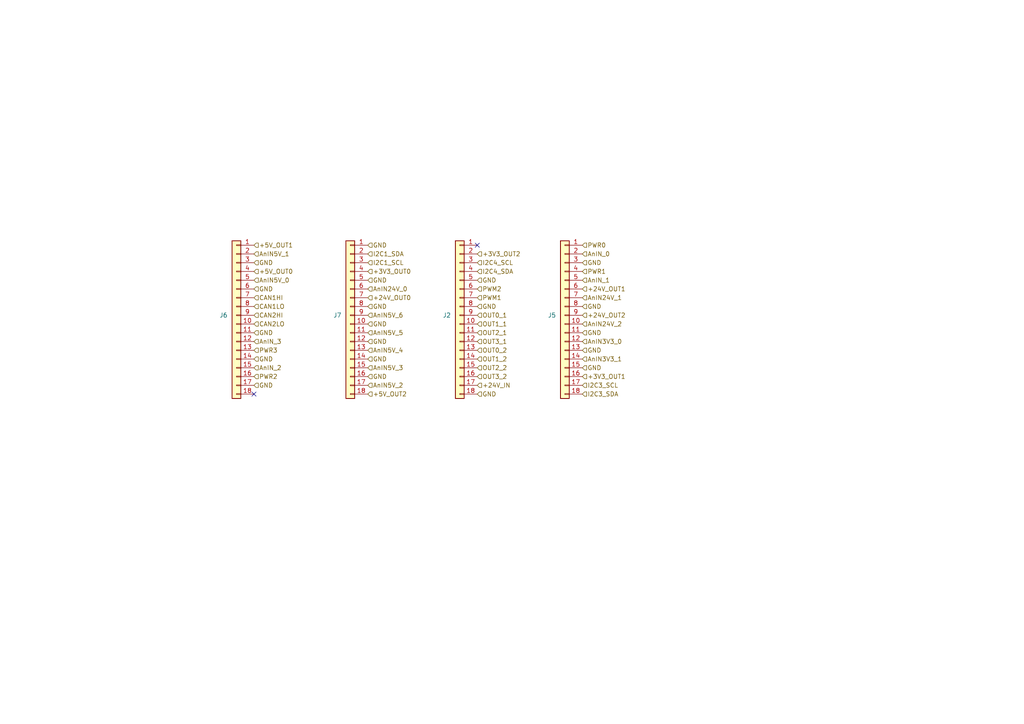
<source format=kicad_sch>
(kicad_sch (version 20231120) (generator "eeschema") (generator_version "8.0")
  (paper "A4")
  (lib_symbols
    (symbol "Connector_Generic:Conn_01x18" (pin_names (offset 1.016) hide)
      (property "Reference" "J" (at 0 22.86 0))
      (property "Value" "Conn_01x18" (at 0 -25.4 0))
      (symbol "Conn_01x18_1_1"
        (rectangle (start -1.27 -22.733) (end 0 -22.987) (stroke (width 0.1524)))
        (rectangle (start -1.27 -20.193) (end 0 -20.447) (stroke (width 0.1524)))
        (rectangle (start -1.27 -17.653) (end 0 -17.907) (stroke (width 0.1524)))
        (rectangle (start -1.27 -15.113) (end 0 -15.367) (stroke (width 0.1524)))
        (rectangle (start -1.27 -12.573) (end 0 -12.827) (stroke (width 0.1524)))
        (rectangle (start -1.27 -10.033) (end 0 -10.287) (stroke (width 0.1524)))
        (rectangle (start -1.27 -7.493) (end 0 -7.747) (stroke (width 0.1524)))
        (rectangle (start -1.27 -4.953) (end 0 -5.207) (stroke (width 0.1524)))
        (rectangle (start -1.27 -2.413) (end 0 -2.667) (stroke (width 0.1524)))
        (rectangle (start -1.27 0.127) (end 0 -0.127) (stroke (width 0.1524)))
        (rectangle (start -1.27 2.667) (end 0 2.413) (stroke (width 0.1524)))
        (rectangle (start -1.27 5.207) (end 0 4.953) (stroke (width 0.1524)))
        (rectangle (start -1.27 7.747) (end 0 7.493) (stroke (width 0.1524)))
        (rectangle (start -1.27 10.287) (end 0 10.033) (stroke (width 0.1524)))
        (rectangle (start -1.27 12.827) (end 0 12.573) (stroke (width 0.1524)))
        (rectangle (start -1.27 15.367) (end 0 15.113) (stroke (width 0.1524)))
        (rectangle (start -1.27 17.907) (end 0 17.653) (stroke (width 0.1524)))
        (rectangle (start -1.27 20.447) (end 0 20.193) (stroke (width 0.1524)))
        (rectangle (start -1.27 21.59) (end 1.27 -24.13) (stroke (width 0.254)) (fill (type background)))
        (pin passive line (at -5.08 20.32 0) (length 3.81) (name "Pin_1") (number "1"))
        (pin passive line (at -5.08 -2.54 0) (length 3.81) (name "Pin_10") (number "10"))
        (pin passive line (at -5.08 -5.08 0) (length 3.81) (name "Pin_11") (number "11"))
        (pin passive line (at -5.08 -7.62 0) (length 3.81) (name "Pin_12") (number "12"))
        (pin passive line (at -5.08 -10.16 0) (length 3.81) (name "Pin_13") (number "13"))
        (pin passive line (at -5.08 -12.7 0) (length 3.81) (name "Pin_14") (number "14"))
        (pin passive line (at -5.08 -15.24 0) (length 3.81) (name "Pin_15") (number "15"))
        (pin passive line (at -5.08 -17.78 0) (length 3.81) (name "Pin_16") (number "16"))
        (pin passive line (at -5.08 -20.32 0) (length 3.81) (name "Pin_17") (number "17"))
        (pin passive line (at -5.08 -22.86 0) (length 3.81) (name "Pin_18") (number "18"))
        (pin passive line (at -5.08 17.78 0) (length 3.81) (name "Pin_2") (number "2"))
        (pin passive line (at -5.08 15.24 0) (length 3.81) (name "Pin_3") (number "3"))
        (pin passive line (at -5.08 12.7 0) (length 3.81) (name "Pin_4") (number "4"))
        (pin passive line (at -5.08 10.16 0) (length 3.81) (name "Pin_5") (number "5"))
        (pin passive line (at -5.08 7.62 0) (length 3.81) (name "Pin_6") (number "6"))
        (pin passive line (at -5.08 5.08 0) (length 3.81) (name "Pin_7") (number "7"))
        (pin passive line (at -5.08 2.54 0) (length 3.81) (name "Pin_8") (number "8"))
        (pin passive line (at -5.08 0 0) (length 3.81) (name "Pin_9") (number "9"))
      )
    )
  )
  (no_connect (at 138.43 71.12))
  (no_connect (at 73.66 114.3))
  (hierarchical_label "AnIN5V_2" (shape input) (at 106.68 111.76 0))
  (hierarchical_label "OUT3_2" (shape input) (at 138.43 109.22 0))
  (hierarchical_label "OUT1_1" (shape input) (at 138.43 93.98 0))
  (hierarchical_label "GND" (shape input) (at 168.91 76.2 0))
  (hierarchical_label "CAN2HI" (shape input) (at 73.66 91.44 0))
  (hierarchical_label "GND" (shape input) (at 106.68 81.28 0))
  (hierarchical_label "PWR2" (shape input) (at 73.66 109.22 0))
  (hierarchical_label "AnIN24V_1" (shape input) (at 168.91 86.36 0))
  (hierarchical_label "AnIN5V_1" (shape input) (at 73.66 73.66 0))
  (hierarchical_label "GND" (shape input) (at 73.66 83.82 0))
  (hierarchical_label "I2C4_SDA" (shape input) (at 138.43 78.74 0))
  (hierarchical_label "AnIN_3" (shape input) (at 73.66 99.06 0))
  (hierarchical_label "GND" (shape input) (at 106.68 99.06 0))
  (hierarchical_label "AnIN_2" (shape input) (at 73.66 106.68 0))
  (hierarchical_label "AnIN_1" (shape input) (at 168.91 81.28 0))
  (hierarchical_label "+3V3_OUT1" (shape input) (at 168.91 109.22 0))
  (hierarchical_label "GND" (shape input) (at 106.68 93.98 0))
  (hierarchical_label "AnIN5V_3" (shape input) (at 106.68 106.68 0))
  (hierarchical_label "I2C3_SCL" (shape input) (at 168.91 111.76 0))
  (hierarchical_label "GND" (shape input) (at 106.68 104.14 0))
  (hierarchical_label "AnIN5V_0" (shape input) (at 73.66 81.28 0))
  (hierarchical_label "+5V_OUT1" (shape input) (at 73.66 71.12 0))
  (hierarchical_label "GND" (shape input) (at 168.91 101.6 0))
  (hierarchical_label "AnIN5V_6" (shape input) (at 106.68 91.44 0))
  (hierarchical_label "GND" (shape input) (at 138.43 88.9 0))
  (hierarchical_label "PWR3" (shape input) (at 73.66 101.6 0))
  (hierarchical_label "GND" (shape input) (at 73.66 76.2 0))
  (hierarchical_label "OUT0_1" (shape input) (at 138.43 91.44 0))
  (hierarchical_label "+24V_OUT2" (shape input) (at 168.91 91.44 0))
  (hierarchical_label "+3V3_OUT2" (shape input) (at 138.43 73.66 0))
  (hierarchical_label "AnIN3V3_1" (shape input) (at 168.91 104.14 0))
  (hierarchical_label "OUT1_2" (shape input) (at 138.43 104.14 0))
  (hierarchical_label "+3V3_OUT0" (shape input) (at 106.68 78.74 0))
  (hierarchical_label "+24V_OUT0" (shape input) (at 106.68 86.36 0))
  (hierarchical_label "CAN1LO" (shape input) (at 73.66 88.9 0))
  (hierarchical_label "I2C4_SCL" (shape input) (at 138.43 76.2 0))
  (hierarchical_label "GND" (shape input) (at 168.91 106.68 0))
  (hierarchical_label "GND" (shape input) (at 106.68 88.9 0))
  (hierarchical_label "AnIN5V_5" (shape input) (at 106.68 96.52 0))
  (hierarchical_label "GND" (shape input) (at 168.91 88.9 0))
  (hierarchical_label "GND" (shape input) (at 106.68 109.22 0))
  (hierarchical_label "GND" (shape input) (at 168.91 96.52 0))
  (hierarchical_label "OUT0_2" (shape input) (at 138.43 101.6 0))
  (hierarchical_label "GND" (shape input) (at 138.43 114.3 0))
  (hierarchical_label "I2C1_SDA" (shape input) (at 106.68 73.66 0))
  (hierarchical_label "OUT2_2" (shape input) (at 138.43 106.68 0))
  (hierarchical_label "+5V_OUT0" (shape input) (at 73.66 78.74 0))
  (hierarchical_label "+5V_OUT2" (shape input) (at 106.68 114.3 0))
  (hierarchical_label "AnIN24V_2" (shape input) (at 168.91 93.98 0))
  (hierarchical_label "AnIN3V3_0" (shape input) (at 168.91 99.06 0))
  (hierarchical_label "AnIN_0" (shape input) (at 168.91 73.66 0))
  (hierarchical_label "OUT2_1" (shape input) (at 138.43 96.52 0))
  (hierarchical_label "PWR1" (shape input) (at 168.91 78.74 0))
  (hierarchical_label "PWR0" (shape input) (at 168.91 71.12 0))
  (hierarchical_label "CAN2LO" (shape input) (at 73.66 93.98 0))
  (hierarchical_label "GND" (shape input) (at 73.66 104.14 0))
  (hierarchical_label "GND" (shape input) (at 73.66 96.52 0))
  (hierarchical_label "+24V_OUT1" (shape input) (at 168.91 83.82 0))
  (hierarchical_label "PWM2" (shape input) (at 138.43 83.82 0))
  (hierarchical_label "+24V_IN" (shape input) (at 138.43 111.76 0))
  (hierarchical_label "I2C1_SCL" (shape input) (at 106.68 76.2 0))
  (hierarchical_label "CAN1HI" (shape input) (at 73.66 86.36 0))
  (hierarchical_label "I2C3_SDA" (shape input) (at 168.91 114.3 0))
  (hierarchical_label "GND" (shape input) (at 106.68 71.12 0))
  (hierarchical_label "GND" (shape input) (at 73.66 111.76 0))
  (hierarchical_label "GND" (shape input) (at 138.43 81.28 0))
  (hierarchical_label "OUT3_1" (shape input) (at 138.43 99.06 0))
  (hierarchical_label "PWM1" (shape input) (at 138.43 86.36 0))
  (hierarchical_label "AnIN24V_0" (shape input) (at 106.68 83.82 0))
  (hierarchical_label "AnIN5V_4" (shape input) (at 106.68 101.6 0))
  (symbol (lib_id "Connector_Generic:Conn_01x18") (at 133.35 91.44 0) (mirror y) (unit 1)
    (property "Reference" "J2" (at 130.81 91.44 0) (effects (justify left)))
    (property "Value" "Conn_01x18" (effects (hide yes)))
    (property "Footprint" "Connector_PinSocket_2.54mm:PinSocket_1x18_P2.54mm_Vertical" (effects (hide yes)))
  )
  (symbol (lib_id "Connector_Generic:Conn_01x18") (at 68.58 91.44 0) (mirror y) (unit 1)
    (property "Reference" "J6" (at 66.04 91.44 0) (effects (justify left)))
    (property "Value" "Conn_01x18" (effects (hide yes)))
    (property "Footprint" "Connector_PinSocket_2.54mm:PinSocket_1x18_P2.54mm_Vertical" (effects (hide yes)))
  )
  (symbol (lib_id "Connector_Generic:Conn_01x18") (at 163.83 91.44 0) (mirror y) (unit 1)
    (property "Reference" "J5" (at 161.29 91.44 0) (effects (justify left)))
    (property "Value" "Conn_01x18" (effects (hide yes)))
    (property "Footprint" "Connector_PinSocket_2.54mm:PinSocket_1x18_P2.54mm_Vertical" (effects (hide yes)))
  )
  (symbol (lib_id "Connector_Generic:Conn_01x18") (at 101.6 91.44 0) (mirror y) (unit 1)
    (property "Reference" "J7" (at 99.06 91.44 0) (effects (justify left)))
    (property "Value" "Conn_01x18" (effects (hide yes)))
    (property "Footprint" "Connector_PinSocket_2.54mm:PinSocket_1x18_P2.54mm_Vertical" (effects (hide yes)))
  )
)
</source>
